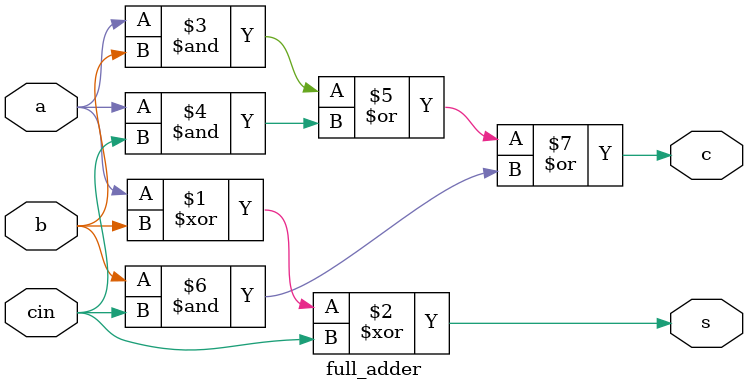
<source format=v>
module full_adder(a,b,cin,s,c);
input a,b,cin;
output s,c;
assign s = a ^ b ^ cin;
assign c = (a & b) | (a & cin) | (b & cin);
endmodule
</source>
